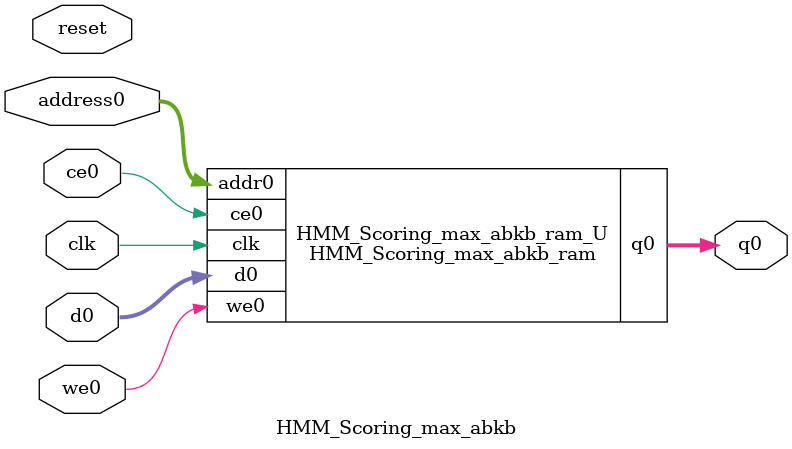
<source format=v>
`timescale 1 ns / 1 ps
module HMM_Scoring_max_abkb_ram (addr0, ce0, d0, we0, q0,  clk);

parameter DWIDTH = 32;
parameter AWIDTH = 2;
parameter MEM_SIZE = 3;

input[AWIDTH-1:0] addr0;
input ce0;
input[DWIDTH-1:0] d0;
input we0;
output reg[DWIDTH-1:0] q0;
input clk;

(* ram_style = "distributed" *)reg [DWIDTH-1:0] ram[0:MEM_SIZE-1];




always @(posedge clk)  
begin 
    if (ce0) 
    begin
        if (we0) 
        begin 
            ram[addr0] <= d0; 
        end 
        q0 <= ram[addr0];
    end
end


endmodule

`timescale 1 ns / 1 ps
module HMM_Scoring_max_abkb(
    reset,
    clk,
    address0,
    ce0,
    we0,
    d0,
    q0);

parameter DataWidth = 32'd32;
parameter AddressRange = 32'd3;
parameter AddressWidth = 32'd2;
input reset;
input clk;
input[AddressWidth - 1:0] address0;
input ce0;
input we0;
input[DataWidth - 1:0] d0;
output[DataWidth - 1:0] q0;



HMM_Scoring_max_abkb_ram HMM_Scoring_max_abkb_ram_U(
    .clk( clk ),
    .addr0( address0 ),
    .ce0( ce0 ),
    .we0( we0 ),
    .d0( d0 ),
    .q0( q0 ));

endmodule


</source>
